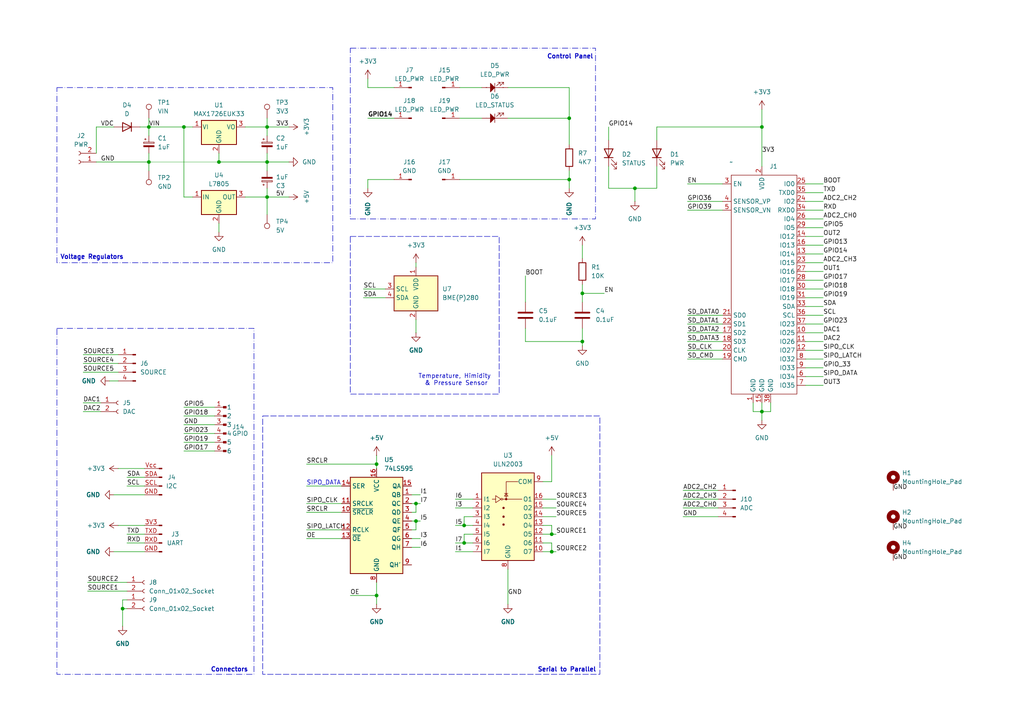
<source format=kicad_sch>
(kicad_sch (version 20231120) (generator "eeschema") (generator_version "8.0")
  (paper "A4")
  (junction (at 109.22 172.72))
  (junction (at 63.5 46.99))
  (junction (at 160.02 154.94))
  (junction (at 77.47 46.99))
  (junction (at 165.1 34.29))
  (junction (at 160.02 160.02))
  (junction (at 134.62 157.48))
  (junction (at 168.91 99.06))
  (junction (at 220.98 36.83))
  (junction (at 43.18 46.99))
  (junction (at 53.34 36.83))
  (junction (at 459.74 85.09))
  (junction (at 77.47 57.15))
  (junction (at 120.65 146.05))
  (junction (at 377.19 151.13))
  (junction (at 220.98 119.38))
  (junction (at 120.65 151.13))
  (junction (at 401.32 163.83))
  (junction (at 168.91 85.09))
  (junction (at 476.25 97.79))
  (junction (at 77.47 36.83))
  (junction (at 43.18 36.83))
  (junction (at 109.22 134.62))
  (junction (at 165.1 52.07))
  (junction (at 476.25 85.09))
  (junction (at 184.15 54.61))
  (junction (at 134.62 152.4))
  (junction (at 35.56 176.53))
  (no_connect (at 373.38 59.69))
  (wire (pts (xy 459.74 97.79) (xy 457.2 97.79)))
  (wire (pts (xy 120.65 151.13) (xy 120.65 153.67)))
  (wire (pts (xy 233.68 58.42) (xy 238.76 58.42)))
  (wire (pts (xy 63.5 64.77) (xy 63.5 67.31)))
  (wire (pts (xy 53.34 36.83) (xy 55.88 36.83)))
  (wire (pts (xy 119.38 151.13) (xy 120.65 151.13)))
  (wire (pts (xy 199.39 101.6) (xy 209.55 101.6)))
  (wire (pts (xy 35.56 173.99) (xy 35.56 176.53)))
  (wire (pts (xy 36.83 140.97) (xy 41.91 140.97)))
  (wire (pts (xy 157.48 160.02) (xy 160.02 160.02)))
  (wire (pts (xy 43.18 46.99) (xy 63.5 46.99)) (stroke (width 0.0254)))
  (wire (pts (xy 358.14 171.45) (xy 361.95 171.45)))
  (wire (pts (xy 109.22 168.91) (xy 109.22 172.72)))
  (wire (pts (xy 88.9 146.05) (xy 99.06 146.05)))
  (wire (pts (xy 165.1 25.4) (xy 165.1 34.29)))
  (wire (pts (xy 165.1 49.53) (xy 165.1 52.07)))
  (wire (pts (xy 25.4 168.91) (xy 36.83 168.91)))
  (wire (pts (xy 152.4 99.06) (xy 168.91 99.06)))
  (wire (pts (xy 43.18 36.83) (xy 53.34 36.83)))
  (wire (pts (xy 233.68 63.5) (xy 238.76 63.5)))
  (wire (pts (xy 184.15 54.61) (xy 190.5 54.61)))
  (wire (pts (xy 476.25 87.63) (xy 476.25 85.09)))
  (wire (pts (xy 377.19 151.13) (xy 382.27 151.13)))
  (wire (pts (xy 199.39 99.06) (xy 209.55 99.06)))
  (wire (pts (xy 55.88 57.15) (xy 53.34 57.15)))
  (wire (pts (xy 36.83 154.94) (xy 41.91 154.94)))
  (wire (pts (xy 476.25 85.09) (xy 485.14 85.09)))
  (wire (pts (xy 198.12 147.32) (xy 208.28 147.32)))
  (wire (pts (xy 401.32 142.24) (xy 401.32 146.05)))
  (wire (pts (xy 88.9 148.59) (xy 99.06 148.59)))
  (wire (pts (xy 220.98 31.75) (xy 220.98 36.83)))
  (wire (pts (xy 233.68 78.74) (xy 238.76 78.74)))
  (wire (pts (xy 134.62 152.4) (xy 137.16 152.4)))
  (wire (pts (xy 134.62 157.48) (xy 137.16 157.48)))
  (wire (pts (xy 233.68 81.28) (xy 238.76 81.28)))
  (wire (pts (xy 34.29 135.89) (xy 41.91 135.89)))
  (wire (pts (xy 160.02 160.02) (xy 161.29 160.02)))
  (wire (pts (xy 132.08 144.78) (xy 137.16 144.78)))
  (wire (pts (xy 389.89 151.13) (xy 393.7 151.13)))
  (wire (pts (xy 63.5 44.45) (xy 63.5 46.99)))
  (wire (pts (xy 157.48 144.78) (xy 161.29 144.78)))
  (wire (pts (xy 34.29 107.95) (xy 24.13 107.95)))
  (wire (pts (xy 218.44 119.38) (xy 220.98 119.38)))
  (wire (pts (xy 120.65 146.05) (xy 121.92 146.05)))
  (wire (pts (xy 106.68 25.4) (xy 106.68 22.86)))
  (wire (pts (xy 77.47 44.45) (xy 77.47 46.99)))
  (wire (pts (xy 34.29 102.87) (xy 24.13 102.87)))
  (wire (pts (xy 233.68 53.34) (xy 238.76 53.34)))
  (wire (pts (xy 53.34 125.73) (xy 62.23 125.73)))
  (wire (pts (xy 160.02 139.7) (xy 157.48 139.7)))
  (wire (pts (xy 176.53 36.83) (xy 176.53 40.64)))
  (wire (pts (xy 53.34 128.27) (xy 62.23 128.27)))
  (wire (pts (xy 157.48 157.48) (xy 160.02 157.48)))
  (wire (pts (xy 31.75 110.49) (xy 34.29 110.49)))
  (wire (pts (xy 109.22 134.62) (xy 109.22 135.89)))
  (wire (pts (xy 439.42 97.79) (xy 441.96 97.79)))
  (wire (pts (xy 485.14 92.71) (xy 485.14 97.79)))
  (wire (pts (xy 106.68 52.07) (xy 106.68 54.61)))
  (wire (pts (xy 209.55 53.34) (xy 199.39 53.34)))
  (wire (pts (xy 358.14 173.99) (xy 361.95 173.99)))
  (wire (pts (xy 147.32 34.29) (xy 165.1 34.29)))
  (wire (pts (xy 114.3 25.4) (xy 106.68 25.4)))
  (wire (pts (xy 109.22 132.08) (xy 109.22 134.62)))
  (wire (pts (xy 27.94 36.83) (xy 33.02 36.83)))
  (wire (pts (xy 218.44 116.84) (xy 218.44 119.38)))
  (wire (pts (xy 43.18 49.53) (xy 43.18 46.99)))
  (wire (pts (xy 24.13 116.84) (xy 29.21 116.84)))
  (wire (pts (xy 199.39 60.96) (xy 209.55 60.96)))
  (wire (pts (xy 485.14 90.17) (xy 487.68 90.17)))
  (wire (pts (xy 53.34 120.65) (xy 62.23 120.65)))
  (wire (pts (xy 35.56 176.53) (xy 36.83 176.53)))
  (wire (pts (xy 34.29 152.4) (xy 41.91 152.4)))
  (wire (pts (xy 43.18 36.83) (xy 43.18 39.37)))
  (wire (pts (xy 168.91 82.55) (xy 168.91 85.09)))
  (wire (pts (xy 168.91 85.09) (xy 175.26 85.09)))
  (wire (pts (xy 160.02 152.4) (xy 160.02 154.94)))
  (wire (pts (xy 233.68 106.68) (xy 238.76 106.68)))
  (wire (pts (xy 43.18 44.45) (xy 43.18 46.99)))
  (wire (pts (xy 184.15 58.42) (xy 184.15 54.61)))
  (wire (pts (xy 133.35 34.29) (xy 139.7 34.29)))
  (wire (pts (xy 199.39 93.98) (xy 209.55 93.98)))
  (wire (pts (xy 160.02 132.08) (xy 160.02 139.7)))
  (wire (pts (xy 25.4 171.45) (xy 36.83 171.45)))
  (wire (pts (xy 467.36 102.87) (xy 468.63 102.87)))
  (wire (pts (xy 199.39 91.44) (xy 209.55 91.44)))
  (wire (pts (xy 119.38 148.59) (xy 120.65 148.59)))
  (wire (pts (xy 373.38 64.77) (xy 384.81 64.77)))
  (wire (pts (xy 119.38 156.21) (xy 121.92 156.21)))
  (wire (pts (xy 190.5 48.26) (xy 190.5 54.61)))
  (wire (pts (xy 53.34 36.83) (xy 53.34 57.15)))
  (wire (pts (xy 233.68 101.6) (xy 238.76 101.6)))
  (wire (pts (xy 354.33 59.69) (xy 358.14 59.69)))
  (wire (pts (xy 36.83 173.99) (xy 35.56 173.99)))
  (wire (pts (xy 77.47 57.15) (xy 83.82 57.15)))
  (wire (pts (xy 43.18 34.29) (xy 43.18 36.83)))
  (wire (pts (xy 77.47 46.99) (xy 83.82 46.99)))
  (wire (pts (xy 233.68 104.14) (xy 238.76 104.14)))
  (wire (pts (xy 133.35 25.4) (xy 139.7 25.4)))
  (wire (pts (xy 157.48 149.86) (xy 161.29 149.86)))
  (wire (pts (xy 401.32 156.21) (xy 401.32 163.83)))
  (wire (pts (xy 233.68 93.98) (xy 238.76 93.98)))
  (wire (pts (xy 168.91 95.25) (xy 168.91 99.06)))
  (wire (pts (xy 190.5 36.83) (xy 190.5 40.64)))
  (wire (pts (xy 88.9 140.97) (xy 99.06 140.97)))
  (wire (pts (xy 485.14 85.09) (xy 485.14 90.17)))
  (wire (pts (xy 105.41 86.36) (xy 111.76 86.36)))
  (wire (pts (xy 157.48 152.4) (xy 160.02 152.4)))
  (wire (pts (xy 41.91 143.51) (xy 33.02 143.51)))
  (wire (pts (xy 157.48 147.32) (xy 161.29 147.32)))
  (wire (pts (xy 476.25 85.09) (xy 459.74 85.09)))
  (wire (pts (xy 36.83 157.48) (xy 41.91 157.48)))
  (wire (pts (xy 457.2 102.87) (xy 459.74 102.87)))
  (wire (pts (xy 106.68 34.29) (xy 114.3 34.29)))
  (wire (pts (xy 176.53 54.61) (xy 184.15 54.61)))
  (wire (pts (xy 77.47 46.99) (xy 77.47 49.53)))
  (wire (pts (xy 233.68 55.88) (xy 238.76 55.88)))
  (wire (pts (xy 233.68 99.06) (xy 238.76 99.06)))
  (wire (pts (xy 168.91 85.09) (xy 168.91 87.63)))
  (wire (pts (xy 176.53 48.26) (xy 176.53 54.61)))
  (wire (pts (xy 109.22 172.72) (xy 109.22 175.26)))
  (wire (pts (xy 358.14 166.37) (xy 361.95 166.37)))
  (wire (pts (xy 63.5 46.99) (xy 77.47 46.99)))
  (wire (pts (xy 401.32 163.83) (xy 401.32 172.72)))
  (wire (pts (xy 358.14 168.91) (xy 361.95 168.91)))
  (wire (pts (xy 373.38 62.23) (xy 384.81 62.23)))
  (wire (pts (xy 233.68 86.36) (xy 238.76 86.36)))
  (wire (pts (xy 199.39 104.14) (xy 209.55 104.14)))
  (wire (pts (xy 77.47 39.37) (xy 77.47 36.83)))
  (wire (pts (xy 105.41 83.82) (xy 111.76 83.82)))
  (wire (pts (xy 233.68 60.96) (xy 238.76 60.96)))
  (wire (pts (xy 77.47 57.15) (xy 77.47 62.23)))
  (wire (pts (xy 132.08 157.48) (xy 134.62 157.48)))
  (wire (pts (xy 233.68 71.12) (xy 238.76 71.12)))
  (wire (pts (xy 233.68 88.9) (xy 238.76 88.9)))
  (wire (pts (xy 27.94 46.99) (xy 43.18 46.99)))
  (wire (pts (xy 401.32 163.83) (xy 393.7 163.83)))
  (wire (pts (xy 198.12 144.78) (xy 208.28 144.78)))
  (wire (pts (xy 106.68 52.07) (xy 114.3 52.07)))
  (wire (pts (xy 132.08 160.02) (xy 137.16 160.02)))
  (wire (pts (xy 377.19 142.24) (xy 377.19 151.13)))
  (wire (pts (xy 199.39 58.42) (xy 209.55 58.42)))
  (wire (pts (xy 476.25 107.95) (xy 476.25 111.76)))
  (wire (pts (xy 119.38 143.51) (xy 121.92 143.51)))
  (wire (pts (xy 41.91 160.02) (xy 33.02 160.02)))
  (wire (pts (xy 233.68 76.2) (xy 238.76 76.2)))
  (wire (pts (xy 487.68 92.71) (xy 485.14 92.71)))
  (wire (pts (xy 339.09 59.69) (xy 346.71 59.69)))
  (wire (pts (xy 120.65 76.2) (xy 120.65 77.47)))
  (wire (pts (xy 53.34 130.81) (xy 62.23 130.81)))
  (wire (pts (xy 220.98 119.38) (xy 220.98 121.92)))
  (wire (pts (xy 233.68 68.58) (xy 238.76 68.58)))
  (wire (pts (xy 233.68 96.52) (xy 238.76 96.52)))
  (wire (pts (xy 233.68 111.76) (xy 238.76 111.76)))
  (wire (pts (xy 459.74 85.09) (xy 459.74 97.79)))
  (wire (pts (xy 77.47 54.61) (xy 77.47 57.15)))
  (wire (pts (xy 132.08 147.32) (xy 137.16 147.32)))
  (wire (pts (xy 88.9 153.67) (xy 99.06 153.67)))
  (wire (pts (xy 220.98 36.83) (xy 220.98 48.26)))
  (wire (pts (xy 152.4 80.01) (xy 152.4 87.63)))
  (wire (pts (xy 384.81 163.83) (xy 386.08 163.83)))
  (wire (pts (xy 355.6 69.85) (xy 355.6 64.77)))
  (wire (pts (xy 165.1 52.07) (xy 165.1 54.61)))
  (wire (pts (xy 160.02 157.48) (xy 160.02 160.02)))
  (wire (pts (xy 436.88 102.87) (xy 441.96 102.87)))
  (wire (pts (xy 71.12 57.15) (xy 77.47 57.15)))
  (wire (pts (xy 71.12 36.83) (xy 77.47 36.83)))
  (wire (pts (xy 24.13 119.38) (xy 29.21 119.38)))
  (wire (pts (xy 35.56 176.53) (xy 35.56 181.61)))
  (wire (pts (xy 88.9 134.62) (xy 109.22 134.62)))
  (wire (pts (xy 223.52 119.38) (xy 220.98 119.38)))
  (wire (pts (xy 377.19 168.91) (xy 377.19 172.72)))
  (wire (pts (xy 160.02 154.94) (xy 161.29 154.94)))
  (wire (pts (xy 421.64 97.79) (xy 431.8 97.79)))
  (wire (pts (xy 233.68 66.04) (xy 238.76 66.04)))
  (wire (pts (xy 119.38 146.05) (xy 120.65 146.05)))
  (wire (pts (xy 233.68 109.22) (xy 238.76 109.22)))
  (wire (pts (xy 358.14 163.83) (xy 361.95 163.83)))
  (wire (pts (xy 223.52 116.84) (xy 223.52 119.38)))
  (wire (pts (xy 208.28 142.24) (xy 198.12 142.24)))
  (wire (pts (xy 165.1 34.29) (xy 165.1 41.91)))
  (wire (pts (xy 101.6 172.72) (xy 109.22 172.72)))
  (wire (pts (xy 233.68 83.82) (xy 238.76 83.82)))
  (wire (pts (xy 77.47 34.29) (xy 77.47 36.83)))
  (wire (pts (xy 137.16 154.94) (xy 134.62 154.94)))
  (wire (pts (xy 233.68 73.66) (xy 238.76 73.66)))
  (wire (pts (xy 137.16 149.86) (xy 134.62 149.86)))
  (wire (pts (xy 168.91 71.12) (xy 168.91 74.93)))
  (wire (pts (xy 476.25 95.25) (xy 476.25 97.79)))
  (wire (pts (xy 132.08 152.4) (xy 134.62 152.4)))
  (wire (pts (xy 53.34 118.11) (xy 62.23 118.11)))
  (wire (pts (xy 36.83 138.43) (xy 41.91 138.43)))
  (wire (pts (xy 233.68 91.44) (xy 238.76 91.44)))
  (wire (pts (xy 27.94 36.83) (xy 27.94 44.45)))
  (wire (pts (xy 358.14 161.29) (xy 361.95 161.29)))
  (wire (pts (xy 133.35 52.07) (xy 165.1 52.07)))
  (wire (pts (xy 168.91 99.06) (xy 168.91 100.33)))
  (wire (pts (xy 198.12 149.86) (xy 208.28 149.86)))
  (wire (pts (xy 199.39 96.52) (xy 209.55 96.52)))
  (wire (pts (xy 377.19 151.13) (xy 377.19 158.75)))
  (wire (pts (xy 134.62 149.86) (xy 134.62 152.4)))
  (wire (pts (xy 119.38 153.67) (xy 120.65 153.67)))
  (wire (pts (xy 119.38 158.75) (xy 121.92 158.75)))
  (wire (pts (xy 120.65 92.71) (xy 120.65 96.52)))
  (wire (pts (xy 152.4 95.25) (xy 152.4 99.06)))
  (wire (pts (xy 459.74 82.55) (xy 459.74 85.09)))
  (wire (pts (xy 157.48 154.94) (xy 160.02 154.94)))
  (wire (pts (xy 147.32 165.1) (xy 147.32 175.26)))
  (wire (pts (xy 77.47 36.83) (xy 83.82 36.83)))
  (wire (pts (xy 53.34 123.19) (xy 62.23 123.19)))
  (wire (pts (xy 34.29 105.41) (xy 24.13 105.41)))
  (wire (pts (xy 355.6 64.77) (xy 358.14 64.77)))
  (wire (pts (xy 190.5 36.83) (xy 220.98 36.83)))
  (wire (pts (xy 485.14 97.79) (xy 476.25 97.79)))
  (wire (pts (xy 120.65 151.13) (xy 121.92 151.13)))
  (wire (pts (xy 436.88 111.76) (xy 436.88 102.87)))
  (wire (pts (xy 134.62 154.94) (xy 134.62 157.48)))
  (wire (pts (xy 220.98 116.84) (xy 220.98 119.38)))
  (wire (pts (xy 120.65 148.59) (xy 120.65 146.05)))
  (wire (pts (xy 147.32 25.4) (xy 165.1 25.4)))
  (wire (pts (xy 40.64 36.83) (xy 43.18 36.83)))
  (wire (pts (xy 88.9 156.21) (xy 99.06 156.21)))
  (rectangle (start 328.93 137.16) (end 412.75 186.69) (stroke (width 0) (type dash_dot)))
  (rectangle (start 76.2 120.65) (end 173.99 195.58) (stroke (width 0) (type dash)))
  (rectangle (start 16.51 95.25) (end 73.66 195.58) (stroke (width 0) (type dash_dot)))
  (rectangle (start 101.6 68.58) (end 144.78 114.3) (stroke (width 0) (type dash)))
  (rectangle (start 101.6 13.97) (end 172.72 63.5) (stroke (width 0) (type dash_dot)))
  (rectangle (start 16.51 25.4) (end 96.52 76.2) (stroke (width 0) (type dash_dot)))
  (text "Voltage Regulators" (at 26.67 73.914 0) (effects (font (size 1.27 1.27) (thickness 0.254) (bold yes)) (justify top)))
  (text "UART Programmer" (at 401.828 184.912 0) (effects (font (size 1.27 1.27))))
  (text "Control Panel " (at 165.862 16.51 0) (effects (font (size 1.27 1.27) (thickness 0.254) (bold yes))))
  (text "Connectors\n" (at 66.548 194.31 0) (effects (font (size 1.27 1.27) (thickness 0.254) (bold yes))))
  (text "Serial to Parallel" (at 172.974 195.072 0) (effects (font (size 1.27 1.27) (bold yes)) (justify right bottom)))
  (text "Temperature, Himidity \n& Pressure Sensor" (at 132.334 110.236 0) (effects (font (size 1.27 1.27))))
  (label "SIPO_DATA" (at 238.76 109.22 0))
  (label "SOURCE5" (at 161.29 149.86 0))
  (label "GND" (at 259.08 142.24 0))
  (label "SOURCE3" (at 24.13 102.87 0))
  (label "SOURCE4" (at 24.13 105.41 0))
  (label "SD_DATA1" (at 199.39 93.98 0))
  (label "SOURCE1" (at 25.4 171.45 0))
  (label "I7" (at 121.92 146.05 0))
  (label "TXD" (at 361.95 166.37 0))
  (label "GPIO5" (at 238.76 66.04 0))
  (label "SOURCE5" (at 24.13 107.95 0))
  (label "RTS" (at 401.32 172.72 0))
  (label "ADC2_CH2" (at 238.76 58.42 0))
  (label "OUT1" (at 238.76 78.74 0))
  (label "GPIO_33" (at 238.76 106.68 0))
  (label "I3" (at 121.92 156.21 0))
  (label "OUT2" (at 238.76 68.58 0))
  (label "3V3" (at 361.95 161.29 0))
  (label "SD_DATA0" (at 199.39 91.44 0))
  (label "EN" (at 401.32 142.24 0))
  (label "GPIO23" (at 238.76 93.98 0))
  (label "VDC" (at 29.21 36.83 0))
  (label "GPIO13" (at 238.76 71.12 0))
  (label "SCL" (at 105.41 83.82 0))
  (label "SIPO_CLK" (at 88.9 146.05 0))
  (label "SD_CLK" (at 199.39 101.6 0))
  (label "DAC2" (at 24.13 119.38 0))
  (label "OE" (at 101.6 172.72 0))
  (label "TXD" (at 238.76 55.88 0))
  (label "I1" (at 132.08 160.02 0))
  (label "BOOT" (at 152.4 80.01 0))
  (label "ADC2_CH2" (at 198.12 142.24 0))
  (label "SDA" (at 238.76 88.9 0))
  (label "SD_CMD" (at 199.39 104.14 0))
  (label "ADC2_CH0" (at 198.12 147.32 0))
  (label "SD_DATA3" (at 199.39 99.06 0))
  (label "SIPO_LATCH" (at 88.9 153.67 0))
  (label "I5" (at 121.92 151.13 0))
  (label "GPIO17" (at 238.76 81.28 0))
  (label "GPIO23" (at 53.34 125.73 0))
  (label "GPIO5" (at 53.34 118.11 0))
  (label "DTR" (at 377.19 142.24 0))
  (label "GPIO13" (at 421.64 97.79 0))
  (label "SD_DATA2" (at 199.39 96.52 0))
  (label "GND" (at 198.12 149.86 0))
  (label "EN" (at 175.26 85.09 0))
  (label "RTS" (at 361.95 171.45 0))
  (label "SCL" (at 238.76 91.44 0))
  (label "SIPO_LATCH" (at 238.76 104.14 0))
  (label "GPIO18" (at 238.76 83.82 0))
  (label "GPIO14" (at 176.53 36.83 0))
  (label "GPIO14" (at 238.76 73.66 0))
  (label "V1-" (at 374.65 64.77 0))
  (label "BOOT" (at 377.19 172.72 0))
  (label "RXD" (at 36.83 157.48 0))
  (label "GPIO27" (at 339.09 59.69 0))
  (label "SCL" (at 36.83 140.97 0))
  (label "GND" (at 361.95 163.83 0))
  (label "SIPO_CLK" (at 238.76 101.6 0))
  (label "GND" (at 53.34 123.19 0))
  (label "I6" (at 132.08 144.78 0))
  (label "3V3" (at 220.98 44.45 0))
  (label "ADC2_CH3" (at 238.76 76.2 0))
  (label "OUT3" (at 238.76 111.76 0))
  (label "GPIO39" (at 199.39 60.96 0))
  (label "I5" (at 132.08 152.4 0))
  (label "SOURCE1" (at 161.29 154.94 0))
  (label "GND" (at 259.08 153.67 0))
  (label "GPIO17" (at 53.34 130.81 0))
  (label "GPIO18" (at 53.34 120.65 0))
  (label "SOURCE2" (at 161.29 160.02 0))
  (label "BOOT" (at 238.76 53.34 0))
  (label "RXD" (at 361.95 168.91 0))
  (label "SRCLR" (at 88.9 134.62 0))
  (label "SOURCE3" (at 161.29 144.78 0))
  (label "DTR" (at 361.95 173.99 0))
  (label "ADC2_CH0" (at 238.76 63.5 0))
  (label "5V" (at 80.01 57.15 0))
  (label "ADC2_CH3" (at 198.12 144.78 0))
  (label "GND" (at 259.08 162.56 0))
  (label "VIN" (at 43.18 36.83 0))
  (label "DAC2" (at 238.76 99.06 0))
  (label "SDA" (at 105.41 86.36 0))
  (label "DAC1" (at 238.76 96.52 0))
  (label "3V3" (at 80.01 36.83 0))
  (label "OE" (at 88.9 156.21 0))
  (label "SDA" (at 36.83 138.43 0))
  (label "SRCLR" (at 88.9 148.59 0))
  (label "GPIO19" (at 53.34 128.27 0))
  (label "GPIO36" (at 199.39 58.42 0))
  (label "GPIO19" (at 238.76 86.36 0))
  (label "I3" (at 132.08 147.32 0))
  (label "GND" (at 29.21 46.99 0))
  (label "I1" (at 121.92 143.51 0))
  (label "V1+" (at 374.65 62.23 0))
  (label "DAC1" (at 24.13 116.84 0))
  (label "EN" (at 199.39 53.34 0))
  (label "I6" (at 121.92 158.75 0))
  (label "SIPO_DATA" (at 88.9 140.97 0))
  (label "GND" (at 147.32 172.72 0))
  (label "GPIO14" (at 106.68 34.29 0) (effects (font (bold yes))))
  (label "SOURCE4" (at 161.29 147.32 0))
  (label "I7" (at 132.08 157.48 0))
  (label "TXD" (at 36.83 154.94 0))
  (label "SOURCE2" (at 25.4 168.91 0))
  (label "RXD" (at 238.76 60.96 0))
  (symbol (lib_id "Connector:Conn_01x02_Socket") (at 34.29 116.84 0) (unit 1)
    (property "Reference" "J5" (at 35.56 116.8399 0) (effects (justify left)))
    (property "Value" "DAC" (at 35.56 119.3799 0) (effects (justify left)))
    (property "Footprint" "Connector_PinSocket_2.54mm:PinSocket_1x02_P2.54mm_Vertical" (effects (hide yes)))
  )
  (symbol (lib_id "power:GND") (at 83.82 46.99 90) (unit 1)
    (property "Reference" "#PWR03" (effects (hide yes)))
    (property "Value" "GND" (at 87.63 46.9899 90) (effects (justify right)))
  )
  (symbol (lib_id "Device:R") (at 389.89 163.83 270) (unit 1) (on_board no)
    (property "Reference" "R3" (at 389.89 157.48 90))
    (property "Value" "10K" (at 389.89 160.02 90))
    (property "Footprint" "Resistor_SMD:R_1210_3225Metric_Pad1.30x2.65mm_HandSolder" (effects (hide yes)))
    (property "Description" "Resistor" (effects (hide yes)))
  )
  (symbol (lib_id "Connector:Conn_01x04_Pin") (at 213.36 144.78 0) (mirror y) (unit 1)
    (property "Reference" "J10" (at 214.63 144.7799 0) (effects (justify right)))
    (property "Value" "ADC" (at 214.63 147.3199 0) (effects (justify right)))
    (property "Footprint" "Connector_PinSocket_2.54mm:PinSocket_1x04_P2.54mm_Vertical" (effects (hide yes)))
  )
  (symbol (lib_id "power:+3V3") (at 120.65 76.2 0) (unit 1)
    (property "Reference" "#PWR022" (effects (hide yes)))
    (property "Value" "+3V3" (at 120.65 71.12 0))
  )
  (symbol (lib_id "power:GND") (at 31.75 110.49 270) (unit 1)
    (property "Reference" "#PWR023" (effects (hide yes)))
    (property "Value" "GND" (at 27.94 110.49 90) (effects (font (bold yes)) (justify right)))
  )
  (symbol (lib_id "power:+3V3") (at 34.29 152.4 90) (unit 1)
    (property "Reference" "#PWR06" (effects (hide yes)))
    (property "Value" "+3V3" (at 30.48 152.3999 90) (effects (justify left)))
  )
  (symbol (lib_id "Alexander Symbol Library:BME(P)280") (at 121.92 87.63 0) (unit 1)
    (property "Reference" "U7" (at 128.27 83.8199 0) (effects (justify left)))
    (property "Value" "BME(P)280" (at 128.27 86.3599 0) (effects (justify left)))
    (property "Footprint" "Alexander Footprint Library:BME280_BMP280_I2C" (effects (hide yes)))
    (property "Description" "Absolute Barometric Pressure Sensor" (effects (hide yes)))
  )
  (symbol (lib_id "Device:LED") (at 176.53 44.45 90) (unit 1)
    (property "Reference" "D2" (at 180.34 44.7674 90) (effects (justify right)))
    (property "Value" "STATUS" (at 180.34 47.3074 90) (effects (justify right)))
    (property "Footprint" "LED_SMD:LED_1210_3225Metric_Pad1.42x2.65mm_HandSolder" (effects (hide yes)))
    (property "Description" "Light emitting diode" (effects (hide yes)))
  )
  (symbol (lib_id "Connector:Conn_01x01_Pin") (at 128.27 34.29 0) (mirror x) (unit 1)
    (property "Reference" "J19" (at 128.905 29.21 0))
    (property "Value" "LED_PWR" (at 128.905 31.75 0))
    (property "Footprint" "Alexander Footprint Library:Pad_1x01_P2.54_SMD" (effects (hide yes)))
    (property "Description" "Generic connector, single row, 01x01, script generated" (effects (hide yes)))
  )
  (symbol (lib_id "power:+3V3") (at 34.29 135.89 90) (unit 1)
    (property "Reference" "#PWR08" (effects (hide yes)))
    (property "Value" "+3V3" (at 30.48 135.89 90) (effects (justify left)))
  )
  (symbol (lib_id "power:+5V") (at 160.02 132.08 0) (unit 1)
    (property "Reference" "#PWR012" (effects (hide yes)))
    (property "Value" "+5V" (at 160.02 127 0))
  )
  (symbol (lib_id "Transistor_Array:ULN2003") (at 147.32 149.86 0) (unit 1)
    (property "Reference" "U3" (at 147.32 132.08 0))
    (property "Value" "ULN2003" (at 147.32 134.62 0))
    (property "Footprint" "Package_DIP:DIP-16_W7.62mm" (effects (hide yes)))
    (property "Datasheet" "http://www.ti.com/lit/ds/symlink/uln2003a.pdf" (effects (hide yes)))
  )
  (symbol (lib_id "PCM_SL_Devices:LED_5mm") (at 143.51 25.4 0) (unit 1)
    (property "Reference" "D5" (at 143.51 19.05 0))
    (property "Value" "LED_PWR" (at 143.51 21.59 0))
    (property "Footprint" "LED_THT:LED_D5.0mm" (effects (hide yes)))
    (property "Description" "Common 5mm diameter LED" (effects (hide yes)))
  )
  (symbol (lib_id "Device:D") (at 476.25 91.44 270) (unit 1) (on_board no)
    (property "Reference" "D3" (at 478.79 90.1699 90) (effects (justify left)))
    (property "Value" "1N4007" (at 478.79 92.7099 90) (effects (justify left)))
    (property "Description" "Diode" (effects (hide yes)))
    (property "Sim.Device" "D" (effects (hide yes)))
    (property "Sim.Pins" "1=K 2=A" (effects (hide yes)))
  )
  (symbol (lib_id "Device:R") (at 386.08 151.13 270) (unit 1) (on_board no)
    (property "Reference" "R4" (at 386.08 144.78 90))
    (property "Value" "10K" (at 386.08 147.32 90))
    (property "Footprint" "Resistor_SMD:R_1210_3225Metric_Pad1.30x2.65mm_HandSolder" (effects (hide yes)))
    (property "Description" "Resistor" (effects (hide yes)))
  )
  (symbol (lib_name "Conn_UART_1") (lib_id "Alexander_Library_Symbols:Conn_UART") (at 46.99 152.4 0) (mirror y) (unit 1)
    (property "Reference" "J3" (at 50.8 154.94 0))
    (property "Value" "UART" (at 50.8 157.48 0))
    (property "Footprint" "Alexander Footprints Library:Conn_UART" (effects (hide yes)))
  )
  (symbol (lib_id "Device:C_Polarized_Small") (at 77.47 52.07 0) (mirror x) (unit 1)
    (property "Reference" "C3" (at 80.01 53.8861 0) (effects (justify left)))
    (property "Value" "1uF" (at 80.01 51.3461 0) (effects (justify left)))
    (property "Footprint" "Capacitor_THT:CP_Radial_D4.0mm_P2.00mm" (effects (hide yes)))
  )
  (symbol (lib_id "Device:C_Polarized_Small") (at 43.18 41.91 0) (unit 1)
    (property "Reference" "C1" (at 45.72 40.0939 0) (effects (justify left)))
    (property "Value" "1uF" (at 45.72 42.6339 0) (effects (justify left)))
    (property "Footprint" "Capacitor_THT:CP_Radial_D4.0mm_P2.00mm" (effects (hide yes)))
  )
  (symbol (lib_id "Device:R") (at 350.52 59.69 90) (unit 1) (on_board no)
    (property "Reference" "R2" (at 350.52 53.34 90))
    (property "Value" "1K" (at 350.52 55.88 90))
    (property "Footprint" "Resistor_SMD:R_1210_3225Metric_Pad1.30x2.65mm_HandSolder" (effects (hide yes)))
  )
  (symbol (lib_name "GND_6") (lib_id "power:GND") (at 436.88 111.76 0) (unit 1)
    (property "Reference" "#PWR020" (effects (hide yes)))
    (property "Value" "GND" (at 436.88 116.84 0))
    (property "Description" "Power symbol creates a global label with name \"GND\" , ground" (effects (hide yes)))
  )
  (symbol (lib_name "GND_5") (lib_id "power:GND") (at 476.25 111.76 0) (unit 1)
    (property "Reference" "#PWR019" (effects (hide yes)))
    (property "Value" "GND" (at 476.25 116.84 0))
    (property "Description" "Power symbol creates a global label with name \"GND\" , ground" (effects (hide yes)))
  )
  (symbol (lib_id "power:GND") (at 33.02 143.51 270) (unit 1)
    (property "Reference" "#PWR09" (effects (hide yes)))
    (property "Value" "GND" (at 29.21 143.51 90) (effects (font (bold yes)) (justify right)))
  )
  (symbol (lib_name "GND_4") (lib_id "power:GND") (at 109.22 175.26 0) (unit 1)
    (property "Reference" "#PWR016" (effects (hide yes)))
    (property "Value" "GND" (at 109.22 180.34 0) (effects (font (bold yes))))
    (property "Description" "Power symbol creates a global label with name \"GND\" , ground" (effects (hide yes)))
  )
  (symbol (lib_id "power:GND") (at 33.02 160.02 270) (unit 1)
    (property "Reference" "#PWR07" (effects (hide yes)))
    (property "Value" "GND" (at 29.21 160.02 90) (effects (font (bold yes)) (justify right)))
  )
  (symbol (lib_id "74xx:74LS595") (at 109.22 151.13 0) (unit 1)
    (property "Reference" "U5" (at 111.4141 133.35 0) (effects (justify left)))
    (property "Value" "74LS595" (at 111.4141 135.89 0) (effects (justify left)))
    (property "Footprint" "Package_DIP:DIP-16_W7.62mm" (effects (hide yes)))
    (property "Datasheet" "http://www.ti.com/lit/gpn/sn74ls595" (effects (hide yes)))
    (property "Description" "8-bit serial in/out Shift Register 3-State Outputs" (effects (hide yes)))
  )
  (symbol (lib_id "Connector:Conn_01x01_Pin") (at 128.27 25.4 0) (mirror x) (unit 1)
    (property "Reference" "J15" (at 128.905 20.32 0))
    (property "Value" "LED_PWR" (at 128.905 22.86 0))
    (property "Footprint" "Alexander Footprint Library:Pad_1x01_P2.54_SMD" (effects (hide yes)))
    (property "Description" "Generic connector, single row, 01x01, script generated" (effects (hide yes)))
  )
  (symbol (lib_id "Connector:Conn_01x02_Socket") (at 389.89 62.23 0) (unit 1) (on_board no)
    (property "Reference" "J12" (at 391.16 62.2299 0) (effects (justify left)))
    (property "Value" "Conn_01x02_Socket" (at 391.16 64.7699 0) (effects (justify left)))
    (property "Footprint" "Connector_PinSocket_2.54mm:PinSocket_1x02_P2.54mm_Vertical" (effects (hide yes)))
    (property "Description" "Generic connector, single row, 01x02, script generated" (effects (hide yes)))
  )
  (symbol (lib_id "Mechanical:MountingHole_Pad") (at 259.08 151.13 0) (unit 1)
    (property "Reference" "H2" (at 261.62 148.59 0) (effects (justify left)))
    (property "Value" "MountingHole_Pad" (at 261.62 151.13 0) (effects (justify left)))
    (property "Footprint" "MountingHole:MountingHole_3mm" (effects (hide yes)))
  )
  (symbol (lib_id "power:GND") (at 147.32 175.26 0) (unit 1)
    (property "Reference" "#PWR010" (effects (hide yes)))
    (property "Value" "GND" (at 147.32 180.34 0) (effects (font (bold yes))))
  )
  (symbol (lib_name "GND_3") (lib_id "power:GND") (at 184.15 58.42 0) (unit 1)
    (property "Reference" "#PWR015" (effects (hide yes)))
    (property "Value" "GND" (at 184.15 63.5 0))
    (property "Description" "Power symbol creates a global label with name \"GND\" , ground" (effects (hide yes)))
  )
  (symbol (lib_id "Connector:Conn_01x02_Socket") (at 41.91 173.99 0) (unit 1)
    (property "Reference" "J9" (at 43.18 173.99 0) (effects (justify left)))
    (property "Value" "Conn_01x02_Socket" (at 43.18 176.53 0) (effects (justify left)))
    (property "Footprint" "Alexander Footprints Library:Conn_Terminal_5mm" (effects (hide yes)))
  )
  (symbol (lib_id "Connector:Conn_01x04_Pin") (at 39.37 105.41 0) (mirror y) (unit 1)
    (property "Reference" "J6" (at 40.64 105.4099 0) (effects (justify right)))
    (property "Value" "SOURCE" (at 40.64 107.9499 0) (effects (justify right)))
    (property "Footprint" "Connector_PinSocket_2.54mm:PinSocket_1x04_P2.54mm_Vertical" (effects (hide yes)))
  )
  (symbol (lib_id "power:+3V3") (at 168.91 71.12 0) (unit 1)
    (property "Reference" "#PWR024" (effects (hide yes)))
    (property "Value" "+3V3" (at 168.91 66.04 0))
  )
  (symbol (lib_name "GND_3") (lib_id "power:GND") (at 168.91 100.33 0) (unit 1)
    (property "Reference" "#PWR025" (effects (hide yes)))
    (property "Value" "GND" (at 168.91 105.41 0))
    (property "Description" "Power symbol creates a global label with name \"GND\" , ground" (effects (hide yes)))
  )
  (symbol (lib_id "Device:C") (at 168.91 91.44 0) (unit 1)
    (property "Reference" "C4" (at 172.72 90.1699 0) (effects (justify left)))
    (property "Value" "0.1uF" (at 172.72 92.7099 0) (effects (justify left)))
    (property "Footprint" "Capacitor_SMD:CP_Elec_3x5.3" (effects (hide yes)))
    (property "Description" "Unpolarized capacitor" (effects (hide yes)))
  )
  (symbol (lib_name "GND_1") (lib_id "power:GND") (at 35.56 181.61 0) (unit 1)
    (property "Reference" "#PWR014" (effects (hide yes)))
    (property "Value" "GND" (at 35.56 186.69 0) (effects (font (bold yes))))
    (property "Description" "Power symbol creates a global label with name \"GND\" , ground" (effects (hide yes)))
  )
  (symbol (lib_name "+3V3_1") (lib_id "power:+3V3") (at 106.68 22.86 0) (unit 1)
    (property "Reference" "#PWR026" (effects (hide yes)))
    (property "Value" "+3V3" (at 106.68 17.78 0))
    (property "Description" "Power symbol creates a global label with name \"+3V3\"" (effects (hide yes)))
  )
  (symbol (lib_id "Device:D") (at 36.83 36.83 180) (unit 1)
    (property "Reference" "D4" (at 36.83 30.48 0))
    (property "Value" "D" (at 36.83 33.02 0))
    (property "Footprint" "Diode_SMD:D_1210_3225Metric" (effects (hide yes)))
    (property "Description" "Diode" (effects (hide yes)))
    (property "Sim.Device" "D" (effects (hide yes)))
    (property "Sim.Pins" "1=K 2=A" (effects (hide yes)))
  )
  (symbol (lib_id "Connector:TestPoint") (at 77.47 62.23 180) (unit 1)
    (property "Reference" "TP4" (at 80.01 64.2619 0) (effects (justify right)))
    (property "Value" "5V" (at 80.01 66.8019 0) (effects (justify right)))
    (property "Footprint" "TestPoint:TestPoint_Pad_D1.5mm" (effects (hide yes)))
    (property "Description" "test point" (effects (hide yes)))
  )
  (symbol (lib_id "PCM_SL_Devices:LED_5mm") (at 143.51 34.29 0) (unit 1)
    (property "Reference" "D6" (at 143.51 27.94 0))
    (property "Value" "LED_STATUS" (at 143.51 30.48 0))
    (property "Footprint" "LED_THT:LED_D5.0mm" (effects (hide yes)))
    (property "Description" "Common 5mm diameter LED" (effects (hide yes)))
  )
  (symbol (lib_id "Connector:Conn_01x02_Socket") (at 41.91 168.91 0) (unit 1)
    (property "Reference" "J8" (at 43.18 168.91 0) (effects (justify left)))
    (property "Value" "Conn_01x02_Socket" (at 43.18 171.45 0) (effects (justify left)))
    (property "Footprint" "Alexander Footprints Library:Conn_Terminal_5mm" (effects (hide yes)))
  )
  (symbol (lib_id "Connector:Conn_01x02_Socket") (at 22.86 46.99 180) (unit 1)
    (property "Reference" "J2" (at 23.495 39.37 0))
    (property "Value" "PWR" (at 23.495 41.91 0))
    (property "Footprint" "Connector_PinSocket_2.54mm:PinSocket_1x02_P2.54mm_Vertical" (effects (hide yes)))
  )
  (symbol (lib_id "Regulator_Linear:L7805") (at 63.5 57.15 0) (unit 1)
    (property "Reference" "U4" (at 63.5 50.8 0))
    (property "Value" "L7805" (at 63.5 53.34 0))
    (property "Footprint" "Alexander Footprints Library:LD1117" (effects (hide yes)))
    (property "Datasheet" "datasheets/Voltage-Regulator_L7805.pdf" (effects (hide yes)))
    (property "Description" "Voltage Regulator 1.5A Positive" (effects (hide yes)))
  )
  (symbol (lib_id "Device:R") (at 165.1 45.72 0) (unit 1)
    (property "Reference" "R7" (at 167.64 44.4499 0) (effects (justify left)))
    (property "Value" "4K7" (at 167.64 46.9899 0) (effects (justify left)))
    (property "Footprint" "Resistor_SMD:R_1206_3216Metric_Pad1.30x1.75mm_HandSolder" (effects (hide yes)))
  )
  (symbol (lib_id "Device:LED") (at 190.5 44.45 90) (unit 1)
    (property "Reference" "D1" (at 194.31 44.7674 90) (effects (justify right)))
    (property "Value" "PWR" (at 194.31 47.3074 90) (effects (justify right)))
    (property "Footprint" "LED_SMD:LED_1210_3225Metric_Pad1.42x2.65mm_HandSolder" (effects (hide yes)))
    (property "Description" "Light emitting diode" (effects (hide yes)))
  )
  (symbol (lib_id "power:GND") (at 106.68 54.61 0) (unit 1)
    (property "Reference" "#PWR028" (effects (hide yes)))
    (property "Value" "GND" (at 106.68 58.42 90) (effects (font (bold yes)) (justify right)))
  )
  (symbol (lib_id "Simulation_SPICE:NPN") (at 398.78 151.13 0) (unit 1) (on_board no)
    (property "Reference" "Q1" (at 403.86 149.8599 0) (effects (justify left)))
    (property "Value" "NPN" (at 403.86 152.3999 0) (effects (justify left)))
    (property "Footprint" "Package_TO_SOT_THT:TO-92_Inline_W4.0mm_Horizontal_FlatSideDown" (effects (hide yes)))
    (property "Datasheet" "https://ngspice.sourceforge.io/docs/ngspice-html-manual/manual.xhtml#cha_BJTs" (effects (hide yes)))
    (property "Description" "Bipolar transistor symbol for simulation only, substrate tied to the emitter" (effects (hide yes)))
    (property "Sim.Device" "NPN" (effects (hide yes)))
    (property "Sim.Type" "GUMMELPOON" (effects (hide yes)))
    (property "Sim.Pins" "1=C 2=B 3=E" (effects (hide yes)))
  )
  (symbol (lib_name "+5V_2") (lib_id "power:+5V") (at 459.74 82.55 0) (unit 1)
    (property "Reference" "#PWR018" (effects (hide yes)))
    (property "Value" "+5V" (at 459.74 77.47 0))
    (property "Description" "Power symbol creates a global label with name \"+5V\"" (effects (hide yes)))
  )
  (symbol (lib_id "Device:R") (at 435.61 97.79 270) (unit 1) (on_board no)
    (property "Reference" "R5" (at 435.61 91.44 90))
    (property "Value" "470" (at 435.61 93.98 90))
    (property "Footprint" "Resistor_SMD:R_1206_3216Metric_Pad1.30x1.75mm_HandSolder" (effects (hide yes)))
    (property "Description" "Resistor" (effects (hide yes)))
  )
  (symbol (lib_id "Connector:Conn_01x01_Pin") (at 119.38 34.29 180) (unit 1)
    (property "Reference" "J18" (at 118.745 29.21 0))
    (property "Value" "LED_PWR" (at 118.745 31.75 0))
    (property "Footprint" "Alexander Footprint Library:PinSocket_1x01_P2.54" (effects (hide yes)))
    (property "Description" "Generic connector, single row, 01x01, script generated" (effects (hide yes)))
  )
  (symbol (lib_id "power:GND") (at 63.5 67.31 0) (unit 1)
    (property "Reference" "#PWR013" (effects (hide yes)))
    (property "Value" "GND" (at 63.5 72.39 0))
  )
  (symbol (lib_id "Device:C_Polarized_Small") (at 77.47 41.91 0) (unit 1)
    (property "Reference" "C2" (at 80.01 40.0939 0) (effects (justify left)))
    (property "Value" "1uF" (at 80.01 42.6339 0) (effects (justify left)))
    (property "Footprint" "Capacitor_THT:CP_Radial_D4.0mm_P2.00mm" (effects (hide yes)))
  )
  (symbol (lib_id "Connector:Conn_01x02_Socket") (at 492.76 90.17 0) (unit 1) (on_board no)
    (property "Reference" "J11" (at 494.03 90.1699 0) (effects (justify left)))
    (property "Value" "Conn_01x02_Socket" (at 494.03 92.7099 0) (effects (justify left)))
    (property "Footprint" "Connector_PinSocket_2.54mm:PinSocket_1x02_P2.54mm_Vertical" (effects (hide yes)))
    (property "Description" "Generic connector, single row, 01x02, script generated" (effects (hide yes)))
  )
  (symbol (lib_id "Switch:SW_Push") (at 398.78 52.07 0) (unit 1)
    (property "Reference" "SW1" (at 398.78 44.45 0))
    (property "Value" "SW_Push" (at 398.78 46.99 0))
    (property "Footprint" "Button_Switch_THT:SW_PUSH_6mm" (effects (hide yes)))
    (property "Description" "Push button switch, generic, two pins" (effects (hide yes)))
  )
  (symbol (lib_id "Connector:Conn_01x01_Pin") (at 119.38 25.4 180) (unit 1)
    (property "Reference" "J7" (at 118.745 20.32 0))
    (property "Value" "LED_PWR" (at 118.745 22.86 0))
    (property "Footprint" "Alexander Footprint Library:PinSocket_1x01_P2.54" (effects (hide yes)))
    (property "Description" "Generic connector, single row, 01x01, script generated" (effects (hide yes)))
  )
  (symbol (lib_id "power:+3V3") (at 220.98 31.75 0) (unit 1)
    (property "Reference" "#PWR02" (effects (hide yes)))
    (property "Value" "+3V3" (at 220.98 26.67 0))
  )
  (symbol (lib_id "Connector:TestPoint") (at 43.18 49.53 180) (unit 1)
    (property "Reference" "TP2" (at 45.72 51.5619 0) (effects (justify right)))
    (property "Value" "GND" (at 45.72 54.1019 0) (effects (justify right)))
    (property "Footprint" "TestPoint:TestPoint_Pad_D1.5mm" (effects (hide yes)))
    (property "Description" "test point" (effects (hide yes)))
  )
  (symbol (lib_id "Simulation_SPICE:NPN") (at 379.73 163.83 180) (unit 1) (on_board no)
    (property "Reference" "Q2" (at 374.65 165.1001 0) (effects (justify left)))
    (property "Value" "NPN" (at 374.65 162.5601 0) (effects (justify left)))
    (property "Footprint" "Package_TO_SOT_THT:TO-92_Inline_W4.0mm_Horizontal_FlatSideDown" (effects (hide yes)))
    (property "Datasheet" "https://ngspice.sourceforge.io/docs/ngspice-html-manual/manual.xhtml#cha_BJTs" (effects (hide yes)))
    (property "Description" "Bipolar transistor symbol for simulation only, substrate tied to the emitter" (effects (hide yes)))
    (property "Sim.Device" "NPN" (effects (hide yes)))
    (property "Sim.Type" "GUMMELPOON" (effects (hide yes)))
    (property "Sim.Pins" "1=C 2=B 3=E" (effects (hide yes)))
  )
  (symbol (lib_id "Connector:Conn_01x01_Pin") (at 119.38 52.07 180) (unit 1)
    (property "Reference" "J16" (at 118.745 46.99 0))
    (property "Value" "GND" (at 118.745 49.53 0))
    (property "Footprint" "Alexander Footprint Library:PinSocket_1x01_P2.54" (effects (hide yes)))
    (property "Description" "Generic connector, single row, 01x01, script generated" (effects (hide yes)))
  )
  (symbol (lib_id "Simulation_SPICE:NPN") (at 473.71 102.87 0) (unit 1) (on_board no)
    (property "Reference" "Q3" (at 478.79 101.5999 0) (effects (justify left)))
    (property "Value" "2N3904" (at 478.79 104.1399 0) (effects (justify left)))
    (property "Footprint" "Package_TO_SOT_THT:TO-92" (effects (hide yes)))
    (property "Datasheet" "https://ngspice.sourceforge.io/docs/ngspice-html-manual/manual.xhtml#cha_BJTs" (effects (hide yes)))
    (property "Description" "Bipolar transistor symbol for simulation only, substrate tied to the emitter" (effects (hide yes)))
    (property "Sim.Device" "NPN" (effects (hide yes)))
    (property "Sim.Type" "GUMMELPOON" (effects (hide yes)))
    (property "Sim.Pins" "1=C 2=B 3=E" (effects (hide yes)))
  )
  (symbol (lib_id "power:+5V") (at 83.82 57.15 270) (unit 1)
    (property "Reference" "#PWR05" (effects (hide yes)))
    (property "Value" "+5V" (at 88.9 57.15 0))
  )
  (symbol (lib_id "Mechanical:MountingHole_Pad") (at 259.08 139.7 0) (unit 1)
    (property "Reference" "H1" (at 261.62 137.16 0) (effects (justify left)))
    (property "Value" "MountingHole_Pad" (at 261.62 139.7 0) (effects (justify left)))
    (property "Footprint" "MountingHole:MountingHole_3mm" (effects (hide yes)))
  )
  (symbol (lib_id "Device:C") (at 152.4 91.44 0) (unit 1)
    (property "Reference" "C5" (at 156.21 90.1699 0) (effects (justify left)))
    (property "Value" "0.1uF" (at 156.21 92.7099 0) (effects (justify left)))
    (property "Footprint" "Capacitor_SMD:CP_Elec_3x5.3" (effects (hide yes)))
    (property "Description" "Unpolarized capacitor" (effects (hide yes)))
  )
  (symbol (lib_id "Connector:TestPoint") (at 43.18 34.29 0) (unit 1)
    (property "Reference" "TP1" (at 45.72 29.7179 0) (effects (justify left)))
    (property "Value" "VIN" (at 45.72 32.2579 0) (effects (justify left)))
    (property "Footprint" "TestPoint:TestPoint_Pad_D1.5mm" (effects (hide yes)))
    (property "Description" "test point" (effects (hide yes)))
  )
  (symbol (lib_id "Device:R") (at 463.55 102.87 270) (unit 1) (on_board no)
    (property "Reference" "R6" (at 463.55 96.52 90))
    (property "Value" "120" (at 463.55 99.06 90))
    (property "Footprint" "Resistor_SMD:R_1206_3216Metric_Pad1.30x1.75mm_HandSolder" (effects (hide yes)))
    (property "Description" "Resistor" (effects (hide yes)))
  )
  (symbol (lib_id "Regulator_Linear:LM78M05_TO220") (at 63.5 36.83 0) (unit 1)
    (property "Reference" "U1" (at 63.5 30.48 0))
    (property "Value" "MAX1726EUK33" (at 63.5 33.02 0))
    (property "Footprint" "Package_TO_SOT_SMD:SOT-223-3_TabPin2" (effects (hide yes)))
    (property "Datasheet" "https://www.onsemi.com/pub/Collateral/MC78M00-D.PDF" (effects (hide yes)))
  )
  (symbol (lib_id "Mechanical:MountingHole_Pad") (at 259.08 160.02 0) (unit 1)
    (property "Reference" "H4" (at 261.62 157.48 0) (effects (justify left)))
    (property "Value" "MountingHole_Pad" (at 261.62 160.02 0) (effects (justify left)))
    (property "Footprint" "MountingHole:MountingHole_3mm" (effects (hide yes)))
  )
  (symbol (lib_id "Isolator:4N35") (at 365.76 62.23 0) (unit 1) (on_board no)
    (property "Reference" "U2" (at 365.76 53.34 0))
    (property "Value" "4N35" (at 365.76 55.88 0))
    (property "Footprint" "Package_DIP:DIP-6_W7.62mm" (effects (hide yes)))
    (property "Datasheet" "https://www.vishay.com/docs/81181/4n35.pdf" (effects (hide yes)))
    (property "Description" "Optocoupler, Phototransistor Output, with Base Connection, Vce 70V, CTR 100%, Viso 5000V, DIP6" (effects (hide yes)))
  )
  (symbol (lib_id "Alexander_Library_Symbols:Conn_2x3") (at 64.77 115.57 0) (unit 1)
    (property "Reference" "J14" (at 67.31 123.8249 0) (effects (justify left)))
    (property "Value" "GPIO" (at 67.31 125.73 0) (effects (justify left)))
    (property "Footprint" "Alexander Footprint Library:CONN_2x3" (effects (hide yes)))
    (property "Description" "Connector 2x3" (effects (hide yes)))
  )
  (symbol (lib_id "power:+3V3") (at 83.82 36.83 270) (unit 1)
    (property "Reference" "#PWR04" (effects (hide yes)))
    (property "Value" "+3V3" (at 88.9 36.83 0))
  )
  (symbol (lib_id "Connector:TestPoint") (at 77.47 34.29 0) (unit 1)
    (property "Reference" "TP3" (at 80.01 29.7179 0) (effects (justify left)))
    (property "Value" "3V3" (at 80.01 32.2579 0) (effects (justify left)))
    (property "Footprint" "TestPoint:TestPoint_Pad_D1.5mm" (effects (hide yes)))
    (property "Description" "test point" (effects (hide yes)))
  )
  (symbol (lib_id "Alexander_Library_Symbols:Conn_I2C_01x04") (at 46.99 138.43 0) (mirror y) (unit 1)
    (property "Reference" "J4" (at 49.784 138.43 0))
    (property "Value" "I2C" (at 49.784 140.97 0))
    (property "Footprint" "Alexander Footprints Library:Conn_I2C" (effects (hide yes)))
  )
  (symbol (lib_id "Isolator:PC817") (at 449.58 100.33 0) (unit 1) (on_board no)
    (property "Reference" "U6" (at 449.58 91.44 0))
    (property "Value" "PC817" (at 449.58 93.98 0))
    (property "Footprint" "Package_DIP:DIP-4_W7.62mm" (effects (hide yes)))
    (property "Datasheet" "http://www.soselectronic.cz/a_info/resource/d/pc817.pdf" (effects (hide yes)))
    (property "Description" "DC Optocoupler, Vce 35V, CTR 50-300%, DIP-4" (effects (hide yes)))
  )
  (symbol (lib_name "GND_5") (lib_id "power:GND") (at 120.65 96.52 0) (unit 1)
    (property "Reference" "#PWR021" (effects (hide yes)))
    (property "Value" "GND" (at 120.65 101.6 0) (effects (font (bold yes))))
    (property "Description" "Power symbol creates a global label with name \"GND\" , ground" (effects (hide yes)))
  )
  (symbol (lib_id "Device:R") (at 168.91 78.74 0) (unit 1)
    (property "Reference" "R1" (at 171.45 77.47 0) (effects (justify left)))
    (property "Value" "10K" (at 171.45 80.01 0) (effects (justify left)))
    (property "Footprint" "Resistor_SMD:R_1206_3216Metric_Pad1.30x1.75mm_HandSolder" (effects (hide yes)))
  )
  (symbol (lib_id "power:GND") (at 165.1 54.61 0) (unit 1)
    (property "Reference" "#PWR027" (effects (hide yes)))
    (property "Value" "GND" (at 165.1 58.42 90) (effects (font (bold yes)) (justify right)))
  )
  (symbol (lib_name "+5V_1") (lib_id "power:+5V") (at 109.22 132.08 0) (unit 1)
    (property "Reference" "#PWR017" (effects (hide yes)))
    (property "Value" "+5V" (at 109.22 127 0))
    (property "Description" "Power symbol creates a global label with name \"+5V\"" (effects (hide yes)))
  )
  (symbol (lib_id "Connector:Conn_01x01_Pin") (at 128.27 52.07 0) (mirror x) (unit 1)
    (property "Reference" "J17" (at 128.905 46.99 0))
    (property "Value" "GND" (at 128.905 49.53 0))
    (property "Footprint" "Alexander Footprint Library:Pad_1x01_P2.54_SMD" (effects (hide yes)))
    (property "Description" "Generic connector, single row, 01x01, script generated" (effects (hide yes)))
  )
  (symbol (lib_name "GND_2") (lib_id "power:GND") (at 355.6 69.85 0) (unit 1)
    (property "Reference" "#PWR011" (effects (hide yes)))
    (property "Value" "GND" (at 355.6 74.93 0))
    (property "Description" "Power symbol creates a global label with name \"GND\" , ground" (effects (hide yes)))
  )
  (symbol (lib_id "Connector:Conn_01x06_Socket") (at 353.06 166.37 0) (mirror y) (unit 1) (on_board no)
    (property "Reference" "J13" (at 351.79 166.3699 0) (effects (justify left)))
    (property "Value" "Conn_01x06_Socket" (at 351.79 168.9099 0) (effects (justify left)))
    (property "Footprint" "Connector_PinSocket_2.54mm:PinSocket_1x06_P2.54mm_Vertical" (effects (hide yes)))
    (property "Description" "Generic connector, single row, 01x06, script generated" (effects (hide yes)))
  )
  (symbol (lib_id "power:GND") (at 220.98 121.92 0) (unit 1)
    (property "Reference" "#PWR01" (effects (hide yes)))
    (property "Value" "GND" (at 220.98 127 0))
  )
  (symbol (lib_id "Alexander_Library_Symbols:ESP32-WROOM-32D-SOCKET") (at 212.09 46.99 0) (unit 1)
    (property "Reference" "J1" (at 223.1741 48.26 0) (effects (justify left)))
    (property "Value" "~" (at 212.09 46.99 0))
    (property "Footprint" "Alexander Footprints Library:ESP32-WROOM-Adapter-Socket-2" (effects (hide yes)))
  )
  (sheet (at 318.77 -1.27) (size 219.71 212.09) (stroke (width 0.1524))
    (property "Sheetname" "Extras" (at 318.77 -1.9816 0) (show_name yes) (effects (justify left bottom)))
    (property "Sheetfile" "untitled.kicad_sch" (at 318.77 211.4046 0) (effects (justify left top)))
  )
)
</source>
